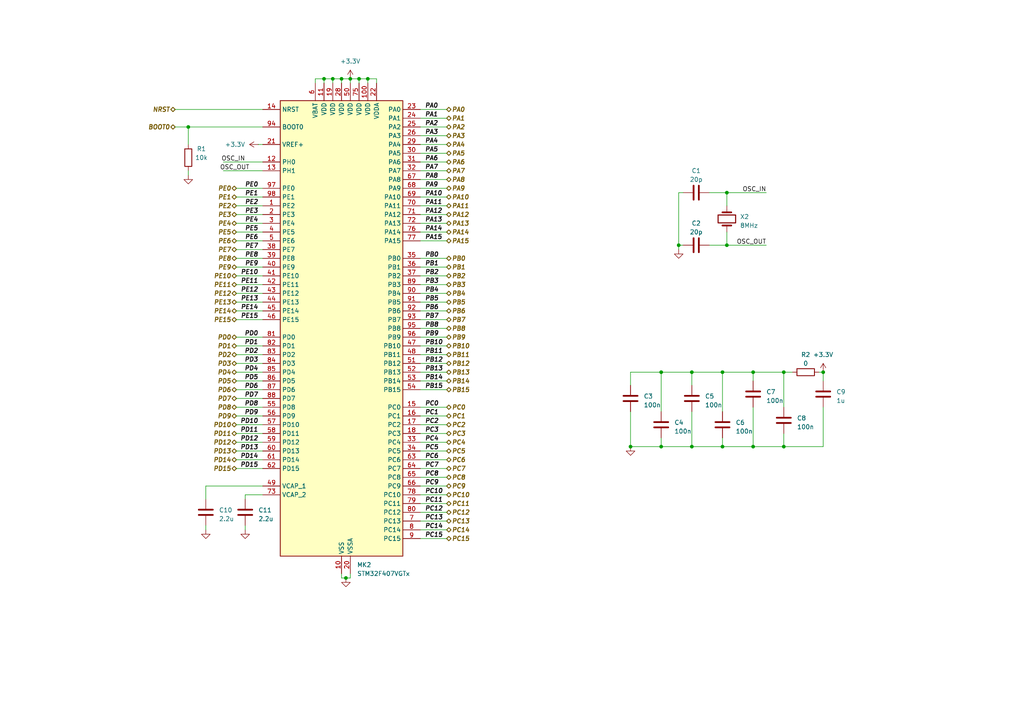
<source format=kicad_sch>
(kicad_sch (version 20250114) (generator "eeschema") (generator_version "9.0")
  (paper "A4")
  (title_block (date "2025-02-17") (comment 1 "STM32F407VG") (comment 2 "Филимонов С.В.") (comment 3 "Семеренко Д.А.") (comment 4 "Тищенко Л.А."))
  (lib_symbols
    (symbol "Device:C" (pin_numbers (hide yes)) (pin_names (offset 0.254))
      (property "Reference" "C" (at 0.635 2.54 0))
      (property "Value" "C" (at 0.635 -2.54 0))
      (symbol "C_0_1"
        (polyline (pts (xy -2.032 0.762) (xy 2.032 0.762)) (stroke (width 0.508)))
        (polyline (pts (xy -2.032 -0.762) (xy 2.032 -0.762)) (stroke (width 0.508)))
      )
      (symbol "C_1_1"
        (pin passive line (at 0 3.81 270) (length 2.794) (name "~") (number "1"))
        (pin passive line (at 0 -3.81 90) (length 2.794) (name "~") (number "2"))
      )
    )
    (symbol "Device:Crystal" (pin_numbers (hide yes)) (pin_names (offset 1.016) (hide yes))
      (property "Reference" "Y" (at 0 3.81 0))
      (property "Value" "Crystal" (at 0 -3.81 0))
      (symbol "Crystal_0_1"
        (polyline (pts (xy -2.54 0) (xy -1.905 0)))
        (polyline (pts (xy -1.905 -1.27) (xy -1.905 1.27)) (stroke (width 0.508)))
        (rectangle (start -1.143 2.54) (end 1.143 -2.54) (stroke (width 0.3048)))
        (polyline (pts (xy 1.905 -1.27) (xy 1.905 1.27)) (stroke (width 0.508)))
        (polyline (pts (xy 2.54 0) (xy 1.905 0)))
      )
      (symbol "Crystal_1_1"
        (pin passive line (at -3.81 0 0) (length 1.27) (name "1") (number "1"))
        (pin passive line (at 3.81 0 180) (length 1.27) (name "2") (number "2"))
      )
    )
    (symbol "Device:R" (pin_numbers (hide yes)) (pin_names (offset 0))
      (property "Reference" "R" (at 2.032 0 90))
      (property "Value" "R" (at 0 0 90))
      (symbol "R_0_1"
        (rectangle (start -1.016 -2.54) (end 1.016 2.54) (stroke (width 0.254)))
      )
      (symbol "R_1_1"
        (pin passive line (at 0 3.81 270) (length 1.27) (name "~") (number "1"))
        (pin passive line (at 0 -3.81 90) (length 1.27) (name "~") (number "2"))
      )
    )
    (symbol "MCU_ST_STM32F4:STM32F407VGTx"
      (property "Reference" "U" (at -17.78 67.31 0))
      (property "Value" "STM32F407VGTx" (at 12.7 67.31 0))
      (symbol "STM32F407VGTx_0_1"
        (rectangle (start -17.78 -66.04) (end 17.78 66.04) (stroke (width 0.254)) (fill (type background)))
      )
      (symbol "STM32F407VGTx_1_1"
        (pin input line (at -22.86 63.5 0) (length 5.08) (name "NRST") (number "14"))
        (pin input line (at -22.86 58.42 0) (length 5.08) (name "BOOT0") (number "94"))
        (pin input line (at -22.86 53.34 0) (length 5.08) (name "VREF+") (number "21"))
        (pin bidirectional line (at -22.86 48.26 0) (length 5.08) (name "PH0") (number "12"))
        (pin bidirectional line (at -22.86 45.72 0) (length 5.08) (name "PH1") (number "13"))
        (pin bidirectional line (at -22.86 40.64 0) (length 5.08) (name "PE0") (number "97"))
        (pin bidirectional line (at -22.86 38.1 0) (length 5.08) (name "PE1") (number "98"))
        (pin bidirectional line (at -22.86 35.56 0) (length 5.08) (name "PE2") (number "1"))
        (pin bidirectional line (at -22.86 33.02 0) (length 5.08) (name "PE3") (number "2"))
        (pin bidirectional line (at -22.86 30.48 0) (length 5.08) (name "PE4") (number "3"))
        (pin bidirectional line (at -22.86 27.94 0) (length 5.08) (name "PE5") (number "4"))
        (pin bidirectional line (at -22.86 25.4 0) (length 5.08) (name "PE6") (number "5"))
        (pin bidirectional line (at -22.86 22.86 0) (length 5.08) (name "PE7") (number "38"))
        (pin bidirectional line (at -22.86 20.32 0) (length 5.08) (name "PE8") (number "39"))
        (pin bidirectional line (at -22.86 17.78 0) (length 5.08) (name "PE9") (number "40"))
        (pin bidirectional line (at -22.86 15.24 0) (length 5.08) (name "PE10") (number "41"))
        (pin bidirectional line (at -22.86 12.7 0) (length 5.08) (name "PE11") (number "42"))
        (pin bidirectional line (at -22.86 10.16 0) (length 5.08) (name "PE12") (number "43"))
        (pin bidirectional line (at -22.86 7.62 0) (length 5.08) (name "PE13") (number "44"))
        (pin bidirectional line (at -22.86 5.08 0) (length 5.08) (name "PE14") (number "45"))
        (pin bidirectional line (at -22.86 2.54 0) (length 5.08) (name "PE15") (number "46"))
        (pin bidirectional line (at -22.86 -2.54 0) (length 5.08) (name "PD0") (number "81"))
        (pin bidirectional line (at -22.86 -5.08 0) (length 5.08) (name "PD1") (number "82"))
        (pin bidirectional line (at -22.86 -7.62 0) (length 5.08) (name "PD2") (number "83"))
        (pin bidirectional line (at -22.86 -10.16 0) (length 5.08) (name "PD3") (number "84"))
        (pin bidirectional line (at -22.86 -12.7 0) (length 5.08) (name "PD4") (number "85"))
        (pin bidirectional line (at -22.86 -15.24 0) (length 5.08) (name "PD5") (number "86"))
        (pin bidirectional line (at -22.86 -17.78 0) (length 5.08) (name "PD6") (number "87"))
        (pin bidirectional line (at -22.86 -20.32 0) (length 5.08) (name "PD7") (number "88"))
        (pin bidirectional line (at -22.86 -22.86 0) (length 5.08) (name "PD8") (number "55"))
        (pin bidirectional line (at -22.86 -25.4 0) (length 5.08) (name "PD9") (number "56"))
        (pin bidirectional line (at -22.86 -27.94 0) (length 5.08) (name "PD10") (number "57"))
        (pin bidirectional line (at -22.86 -30.48 0) (length 5.08) (name "PD11") (number "58"))
        (pin bidirectional line (at -22.86 -33.02 0) (length 5.08) (name "PD12") (number "59"))
        (pin bidirectional line (at -22.86 -35.56 0) (length 5.08) (name "PD13") (number "60"))
        (pin bidirectional line (at -22.86 -38.1 0) (length 5.08) (name "PD14") (number "61"))
        (pin bidirectional line (at -22.86 -40.64 0) (length 5.08) (name "PD15") (number "62"))
        (pin power_out line (at -22.86 -45.72 0) (length 5.08) (name "VCAP_1") (number "49"))
        (pin power_out line (at -22.86 -48.26 0) (length 5.08) (name "VCAP_2") (number "73"))
        (pin power_in line (at -7.62 71.12 270) (length 5.08) (name "VBAT") (number "6"))
        (pin power_in line (at -5.08 71.12 270) (length 5.08) (name "VDD") (number "11"))
        (pin power_in line (at -2.54 71.12 270) (length 5.08) (name "VDD") (number "19"))
        (pin power_in line (at 0 71.12 270) (length 5.08) (name "VDD") (number "28"))
        (pin power_in line (at 0 -71.12 90) (length 5.08) (name "VSS") (number "10"))
        (pin passive line (at 0 -71.12 90) (length 5.08) (hide yes) (name "VSS") (number "27"))
        (pin passive line (at 0 -71.12 90) (length 5.08) (hide yes) (name "VSS") (number "74"))
        (pin passive line (at 0 -71.12 90) (length 5.08) (hide yes) (name "VSS") (number "99"))
        (pin power_in line (at 2.54 71.12 270) (length 5.08) (name "VDD") (number "50"))
        (pin power_in line (at 2.54 -71.12 90) (length 5.08) (name "VSSA") (number "20"))
        (pin power_in line (at 5.08 71.12 270) (length 5.08) (name "VDD") (number "75"))
        (pin power_in line (at 7.62 71.12 270) (length 5.08) (name "VDD") (number "100"))
        (pin power_in line (at 10.16 71.12 270) (length 5.08) (name "VDDA") (number "22"))
        (pin bidirectional line (at 22.86 63.5 180) (length 5.08) (name "PA0") (number "23"))
        (pin bidirectional line (at 22.86 60.96 180) (length 5.08) (name "PA1") (number "24"))
        (pin bidirectional line (at 22.86 58.42 180) (length 5.08) (name "PA2") (number "25"))
        (pin bidirectional line (at 22.86 55.88 180) (length 5.08) (name "PA3") (number "26"))
        (pin bidirectional line (at 22.86 53.34 180) (length 5.08) (name "PA4") (number "29"))
        (pin bidirectional line (at 22.86 50.8 180) (length 5.08) (name "PA5") (number "30"))
        (pin bidirectional line (at 22.86 48.26 180) (length 5.08) (name "PA6") (number "31"))
        (pin bidirectional line (at 22.86 45.72 180) (length 5.08) (name "PA7") (number "32"))
        (pin bidirectional line (at 22.86 43.18 180) (length 5.08) (name "PA8") (number "67"))
        (pin bidirectional line (at 22.86 40.64 180) (length 5.08) (name "PA9") (number "68"))
        (pin bidirectional line (at 22.86 38.1 180) (length 5.08) (name "PA10") (number "69"))
        (pin bidirectional line (at 22.86 35.56 180) (length 5.08) (name "PA11") (number "70"))
        (pin bidirectional line (at 22.86 33.02 180) (length 5.08) (name "PA12") (number "71"))
        (pin bidirectional line (at 22.86 30.48 180) (length 5.08) (name "PA13") (number "72"))
        (pin bidirectional line (at 22.86 27.94 180) (length 5.08) (name "PA14") (number "76"))
        (pin bidirectional line (at 22.86 25.4 180) (length 5.08) (name "PA15") (number "77"))
        (pin bidirectional line (at 22.86 20.32 180) (length 5.08) (name "PB0") (number "35"))
        (pin bidirectional line (at 22.86 17.78 180) (length 5.08) (name "PB1") (number "36"))
        (pin bidirectional line (at 22.86 15.24 180) (length 5.08) (name "PB2") (number "37"))
        (pin bidirectional line (at 22.86 12.7 180) (length 5.08) (name "PB3") (number "89"))
        (pin bidirectional line (at 22.86 10.16 180) (length 5.08) (name "PB4") (number "90"))
        (pin bidirectional line (at 22.86 7.62 180) (length 5.08) (name "PB5") (number "91"))
        (pin bidirectional line (at 22.86 5.08 180) (length 5.08) (name "PB6") (number "92"))
        (pin bidirectional line (at 22.86 2.54 180) (length 5.08) (name "PB7") (number "93"))
        (pin bidirectional line (at 22.86 0 180) (length 5.08) (name "PB8") (number "95"))
        (pin bidirectional line (at 22.86 -2.54 180) (length 5.08) (name "PB9") (number "96"))
        (pin bidirectional line (at 22.86 -5.08 180) (length 5.08) (name "PB10") (number "47"))
        (pin bidirectional line (at 22.86 -7.62 180) (length 5.08) (name "PB11") (number "48"))
        (pin bidirectional line (at 22.86 -10.16 180) (length 5.08) (name "PB12") (number "51"))
        (pin bidirectional line (at 22.86 -12.7 180) (length 5.08) (name "PB13") (number "52"))
        (pin bidirectional line (at 22.86 -15.24 180) (length 5.08) (name "PB14") (number "53"))
        (pin bidirectional line (at 22.86 -17.78 180) (length 5.08) (name "PB15") (number "54"))
        (pin bidirectional line (at 22.86 -22.86 180) (length 5.08) (name "PC0") (number "15"))
        (pin bidirectional line (at 22.86 -25.4 180) (length 5.08) (name "PC1") (number "16"))
        (pin bidirectional line (at 22.86 -27.94 180) (length 5.08) (name "PC2") (number "17"))
        (pin bidirectional line (at 22.86 -30.48 180) (length 5.08) (name "PC3") (number "18"))
        (pin bidirectional line (at 22.86 -33.02 180) (length 5.08) (name "PC4") (number "33"))
        (pin bidirectional line (at 22.86 -35.56 180) (length 5.08) (name "PC5") (number "34"))
        (pin bidirectional line (at 22.86 -38.1 180) (length 5.08) (name "PC6") (number "63"))
        (pin bidirectional line (at 22.86 -40.64 180) (length 5.08) (name "PC7") (number "64"))
        (pin bidirectional line (at 22.86 -43.18 180) (length 5.08) (name "PC8") (number "65"))
        (pin bidirectional line (at 22.86 -45.72 180) (length 5.08) (name "PC9") (number "66"))
        (pin bidirectional line (at 22.86 -48.26 180) (length 5.08) (name "PC10") (number "78"))
        (pin bidirectional line (at 22.86 -50.8 180) (length 5.08) (name "PC11") (number "79"))
        (pin bidirectional line (at 22.86 -53.34 180) (length 5.08) (name "PC12") (number "80"))
        (pin bidirectional line (at 22.86 -55.88 180) (length 5.08) (name "PC13") (number "7"))
        (pin bidirectional line (at 22.86 -58.42 180) (length 5.08) (name "PC14") (number "8"))
        (pin bidirectional line (at 22.86 -60.96 180) (length 5.08) (name "PC15") (number "9"))
      )
    )
    (symbol "power:+3.3V" (power) (pin_numbers (hide yes)) (pin_names (offset 0) (hide yes))
      (property "Value" "+3.3V" (at 0 3.556 0))
      (symbol "+3.3V_0_1"
        (polyline (pts (xy -0.762 1.27) (xy 0 2.54)))
        (polyline (pts (xy 0 2.54) (xy 0.762 1.27)))
        (polyline (pts (xy 0 0) (xy 0 2.54)))
      )
      (symbol "+3.3V_1_1"
        (pin power_in line (at 0 0 90) (length 0) (name "~") (number "1"))
      )
    )
    (symbol "power:GND" (power) (pin_numbers (hide yes)) (pin_names (offset 0) (hide yes))
      (property "Value" "GND" (at 0 -3.81 0))
      (symbol "GND_0_1"
        (polyline (pts (xy 0 0) (xy 0 -1.27) (xy 1.27 -1.27) (xy 0 -2.54) (xy -1.27 -1.27) (xy 0 -1.27)))
      )
      (symbol "GND_1_1"
        (pin power_in line (at 0 0 270) (length 0) (name "~") (number "1"))
      )
    )
  )
  (junction (at 104.14 22.86))
  (junction (at 210.82 71.12))
  (junction (at 93.98 22.86))
  (junction (at 200.66 129.54))
  (junction (at 209.55 107.95))
  (junction (at 196.85 71.12))
  (junction (at 54.61 36.83))
  (junction (at 200.66 107.95))
  (junction (at 96.52 22.86))
  (junction (at 210.82 55.88))
  (junction (at 191.77 129.54))
  (junction (at 99.06 22.86))
  (junction (at 191.77 107.95))
  (junction (at 100.33 167.64))
  (junction (at 227.33 129.54))
  (junction (at 227.33 107.95))
  (junction (at 182.88 129.54))
  (junction (at 101.6 22.86))
  (junction (at 218.44 107.95))
  (junction (at 218.44 129.54))
  (junction (at 106.68 22.86))
  (junction (at 238.76 107.95))
  (junction (at 209.55 129.54))
  (wire (pts (xy 68.58 57.15) (xy 76.2 57.15)))
  (wire (pts (xy 99.06 22.86) (xy 99.06 24.13)))
  (wire (pts (xy 68.58 67.31) (xy 76.2 67.31)))
  (wire (pts (xy 68.58 62.23) (xy 76.2 62.23)))
  (wire (pts (xy 68.58 118.11) (xy 76.2 118.11)))
  (wire (pts (xy 68.58 102.87) (xy 76.2 102.87)))
  (wire (pts (xy 68.58 115.57) (xy 76.2 115.57)))
  (wire (pts (xy 121.92 128.27) (xy 129.54 128.27)))
  (wire (pts (xy 68.58 64.77) (xy 76.2 64.77)))
  (wire (pts (xy 210.82 55.88) (xy 222.25 55.88)))
  (wire (pts (xy 121.92 113.03) (xy 129.54 113.03)))
  (wire (pts (xy 238.76 118.11) (xy 238.76 129.54)))
  (wire (pts (xy 205.74 55.88) (xy 210.82 55.88)))
  (wire (pts (xy 209.55 107.95) (xy 218.44 107.95)))
  (wire (pts (xy 200.66 107.95) (xy 200.66 111.76)))
  (wire (pts (xy 99.06 22.86) (xy 101.6 22.86)))
  (wire (pts (xy 191.77 129.54) (xy 200.66 129.54)))
  (wire (pts (xy 76.2 143.51) (xy 71.12 143.51)))
  (wire (pts (xy 68.58 77.47) (xy 76.2 77.47)))
  (wire (pts (xy 64.77 49.53) (xy 76.2 49.53)))
  (wire (pts (xy 191.77 127) (xy 191.77 129.54)))
  (wire (pts (xy 237.49 107.95) (xy 238.76 107.95)))
  (wire (pts (xy 196.85 72.39) (xy 196.85 71.12)))
  (wire (pts (xy 71.12 143.51) (xy 71.12 144.78)))
  (wire (pts (xy 121.92 105.41) (xy 129.54 105.41)))
  (wire (pts (xy 121.92 92.71) (xy 129.54 92.71)))
  (wire (pts (xy 121.92 82.55) (xy 129.54 82.55)))
  (wire (pts (xy 121.92 85.09) (xy 129.54 85.09)))
  (wire (pts (xy 121.92 130.81) (xy 129.54 130.81)))
  (wire (pts (xy 191.77 107.95) (xy 191.77 119.38)))
  (wire (pts (xy 200.66 129.54) (xy 209.55 129.54)))
  (wire (pts (xy 121.92 125.73) (xy 129.54 125.73)))
  (wire (pts (xy 68.58 100.33) (xy 76.2 100.33)))
  (wire (pts (xy 121.92 44.45) (xy 129.54 44.45)))
  (wire (pts (xy 227.33 107.95) (xy 229.87 107.95)))
  (wire (pts (xy 68.58 74.93) (xy 76.2 74.93)))
  (wire (pts (xy 68.58 87.63) (xy 76.2 87.63)))
  (wire (pts (xy 121.92 80.01) (xy 129.54 80.01)))
  (wire (pts (xy 121.92 151.13) (xy 129.54 151.13)))
  (wire (pts (xy 68.58 120.65) (xy 76.2 120.65)))
  (wire (pts (xy 121.92 90.17) (xy 129.54 90.17)))
  (wire (pts (xy 54.61 36.83) (xy 76.2 36.83)))
  (wire (pts (xy 101.6 22.86) (xy 104.14 22.86)))
  (wire (pts (xy 68.58 54.61) (xy 76.2 54.61)))
  (wire (pts (xy 121.92 95.25) (xy 129.54 95.25)))
  (wire (pts (xy 121.92 138.43) (xy 129.54 138.43)))
  (wire (pts (xy 109.22 24.13) (xy 109.22 22.86)))
  (wire (pts (xy 121.92 135.89) (xy 129.54 135.89)))
  (wire (pts (xy 200.66 119.38) (xy 200.66 129.54)))
  (wire (pts (xy 238.76 107.95) (xy 238.76 110.49)))
  (wire (pts (xy 68.58 59.69) (xy 76.2 59.69)))
  (wire (pts (xy 121.92 118.11) (xy 129.54 118.11)))
  (wire (pts (xy 99.06 167.64) (xy 100.33 167.64)))
  (wire (pts (xy 68.58 92.71) (xy 76.2 92.71)))
  (wire (pts (xy 68.58 113.03) (xy 76.2 113.03)))
  (wire (pts (xy 121.92 67.31) (xy 129.54 67.31)))
  (wire (pts (xy 210.82 55.88) (xy 210.82 59.69)))
  (wire (pts (xy 68.58 123.19) (xy 76.2 123.19)))
  (wire (pts (xy 68.58 133.35) (xy 76.2 133.35)))
  (wire (pts (xy 121.92 153.67) (xy 129.54 153.67)))
  (wire (pts (xy 64.77 46.99) (xy 76.2 46.99)))
  (wire (pts (xy 121.92 36.83) (xy 129.54 36.83)))
  (wire (pts (xy 121.92 57.15) (xy 129.54 57.15)))
  (wire (pts (xy 227.33 125.73) (xy 227.33 129.54)))
  (wire (pts (xy 209.55 129.54) (xy 218.44 129.54)))
  (wire (pts (xy 121.92 34.29) (xy 129.54 34.29)))
  (wire (pts (xy 182.88 129.54) (xy 182.88 119.38)))
  (wire (pts (xy 196.85 71.12) (xy 198.12 71.12)))
  (wire (pts (xy 209.55 107.95) (xy 209.55 119.38)))
  (wire (pts (xy 68.58 135.89) (xy 76.2 135.89)))
  (wire (pts (xy 68.58 69.85) (xy 76.2 69.85)))
  (wire (pts (xy 121.92 46.99) (xy 129.54 46.99)))
  (wire (pts (xy 68.58 125.73) (xy 76.2 125.73)))
  (wire (pts (xy 218.44 129.54) (xy 227.33 129.54)))
  (wire (pts (xy 101.6 166.37) (xy 101.6 167.64)))
  (wire (pts (xy 191.77 107.95) (xy 200.66 107.95)))
  (wire (pts (xy 68.58 82.55) (xy 76.2 82.55)))
  (wire (pts (xy 182.88 107.95) (xy 182.88 111.76)))
  (wire (pts (xy 121.92 140.97) (xy 129.54 140.97)))
  (wire (pts (xy 50.8 36.83) (xy 54.61 36.83)))
  (wire (pts (xy 91.44 24.13) (xy 91.44 22.86)))
  (wire (pts (xy 109.22 22.86) (xy 106.68 22.86)))
  (wire (pts (xy 68.58 97.79) (xy 76.2 97.79)))
  (wire (pts (xy 121.92 31.75) (xy 129.54 31.75)))
  (wire (pts (xy 71.12 153.67) (xy 71.12 152.4)))
  (wire (pts (xy 99.06 166.37) (xy 99.06 167.64)))
  (wire (pts (xy 121.92 110.49) (xy 129.54 110.49)))
  (wire (pts (xy 227.33 129.54) (xy 238.76 129.54)))
  (wire (pts (xy 93.98 24.13) (xy 93.98 22.86)))
  (wire (pts (xy 104.14 22.86) (xy 104.14 24.13)))
  (wire (pts (xy 68.58 128.27) (xy 76.2 128.27)))
  (wire (pts (xy 196.85 71.12) (xy 196.85 55.88)))
  (wire (pts (xy 91.44 22.86) (xy 93.98 22.86)))
  (wire (pts (xy 121.92 107.95) (xy 129.54 107.95)))
  (wire (pts (xy 68.58 90.17) (xy 76.2 90.17)))
  (wire (pts (xy 68.58 107.95) (xy 76.2 107.95)))
  (wire (pts (xy 121.92 69.85) (xy 129.54 69.85)))
  (wire (pts (xy 74.93 41.91) (xy 76.2 41.91)))
  (wire (pts (xy 100.33 167.64) (xy 101.6 167.64)))
  (wire (pts (xy 121.92 133.35) (xy 129.54 133.35)))
  (wire (pts (xy 121.92 148.59) (xy 129.54 148.59)))
  (wire (pts (xy 68.58 130.81) (xy 76.2 130.81)))
  (wire (pts (xy 121.92 156.21) (xy 129.54 156.21)))
  (wire (pts (xy 218.44 118.11) (xy 218.44 129.54)))
  (wire (pts (xy 121.92 62.23) (xy 129.54 62.23)))
  (wire (pts (xy 121.92 100.33) (xy 129.54 100.33)))
  (wire (pts (xy 121.92 52.07) (xy 129.54 52.07)))
  (wire (pts (xy 200.66 107.95) (xy 209.55 107.95)))
  (wire (pts (xy 68.58 80.01) (xy 76.2 80.01)))
  (wire (pts (xy 106.68 22.86) (xy 106.68 24.13)))
  (wire (pts (xy 121.92 120.65) (xy 129.54 120.65)))
  (wire (pts (xy 96.52 22.86) (xy 96.52 24.13)))
  (wire (pts (xy 104.14 22.86) (xy 106.68 22.86)))
  (wire (pts (xy 121.92 39.37) (xy 129.54 39.37)))
  (wire (pts (xy 210.82 67.31) (xy 210.82 71.12)))
  (wire (pts (xy 121.92 146.05) (xy 129.54 146.05)))
  (wire (pts (xy 121.92 102.87) (xy 129.54 102.87)))
  (wire (pts (xy 191.77 107.95) (xy 182.88 107.95)))
  (wire (pts (xy 121.92 97.79) (xy 129.54 97.79)))
  (wire (pts (xy 210.82 71.12) (xy 222.25 71.12)))
  (wire (pts (xy 68.58 110.49) (xy 76.2 110.49)))
  (wire (pts (xy 54.61 49.53) (xy 54.61 50.8)))
  (wire (pts (xy 59.69 152.4) (xy 59.69 153.67)))
  (wire (pts (xy 121.92 64.77) (xy 129.54 64.77)))
  (wire (pts (xy 121.92 41.91) (xy 129.54 41.91)))
  (wire (pts (xy 68.58 72.39) (xy 76.2 72.39)))
  (wire (pts (xy 76.2 140.97) (xy 59.69 140.97)))
  (wire (pts (xy 209.55 127) (xy 209.55 129.54)))
  (wire (pts (xy 121.92 74.93) (xy 129.54 74.93)))
  (wire (pts (xy 54.61 36.83) (xy 54.61 41.91)))
  (wire (pts (xy 227.33 118.11) (xy 227.33 107.95)))
  (wire (pts (xy 218.44 107.95) (xy 227.33 107.95)))
  (wire (pts (xy 121.92 49.53) (xy 129.54 49.53)))
  (wire (pts (xy 196.85 55.88) (xy 198.12 55.88)))
  (wire (pts (xy 121.92 59.69) (xy 129.54 59.69)))
  (wire (pts (xy 205.74 71.12) (xy 210.82 71.12)))
  (wire (pts (xy 93.98 22.86) (xy 96.52 22.86)))
  (wire (pts (xy 121.92 87.63) (xy 129.54 87.63)))
  (wire (pts (xy 121.92 77.47) (xy 129.54 77.47)))
  (wire (pts (xy 191.77 129.54) (xy 182.88 129.54)))
  (wire (pts (xy 101.6 22.86) (xy 101.6 24.13)))
  (wire (pts (xy 68.58 85.09) (xy 76.2 85.09)))
  (wire (pts (xy 121.92 54.61) (xy 129.54 54.61)))
  (wire (pts (xy 121.92 143.51) (xy 129.54 143.51)))
  (wire (pts (xy 68.58 105.41) (xy 76.2 105.41)))
  (wire (pts (xy 59.69 140.97) (xy 59.69 144.78)))
  (wire (pts (xy 121.92 123.19) (xy 129.54 123.19)))
  (wire (pts (xy 50.8 31.75) (xy 76.2 31.75)))
  (wire (pts (xy 96.52 22.86) (xy 99.06 22.86)))
  (wire (pts (xy 218.44 107.95) (xy 218.44 110.49)))
  (label "PC1" (at 123.19 120.65 0) (effects (font (bold yes) (italic yes))))
  (label "PD0" (at 74.93 97.79 180) (effects (font (bold yes) (italic yes))))
  (label "PE0" (at 74.93 54.61 180) (effects (font (bold yes) (italic yes))))
  (label "PB2" (at 123.19 80.01 0) (effects (font (bold yes) (italic yes))))
  (label "PE12" (at 74.93 85.09 180) (effects (font (bold yes) (italic yes))))
  (label "PB15" (at 123.19 113.03 0) (effects (font (bold yes) (italic yes))))
  (label "PA15" (at 123.19 69.85 0) (effects (font (bold yes) (italic yes))))
  (label "PA11" (at 123.19 59.69 0) (effects (font (bold yes) (italic yes))))
  (label "PE4" (at 74.93 64.77 180) (effects (font (bold yes) (italic yes))))
  (label "PB11" (at 123.19 102.87 0) (effects (font (bold yes) (italic yes))))
  (label "PA5" (at 123.19 44.45 0) (effects (font (bold yes) (italic yes))))
  (label "PB7" (at 123.19 92.71 0) (effects (font (bold yes) (italic yes))))
  (label "PE3" (at 74.93 62.23 180) (effects (font (bold yes) (italic yes))))
  (label "PD5" (at 74.93 110.49 180) (effects (font (bold yes) (italic yes))))
  (label "PC9" (at 123.19 140.97 0) (effects (font (bold yes) (italic yes))))
  (label "OSC_IN" (at 222.25 55.88 180))
  (label "PA7" (at 123.19 49.53 0) (effects (font (bold yes) (italic yes))))
  (label "PA2" (at 123.19 36.83 0) (effects (font (bold yes) (italic yes))))
  (label "PE11" (at 74.93 82.55 180) (effects (font (bold yes) (italic yes))))
  (label "PA8" (at 123.19 52.07 0) (effects (font (bold yes) (italic yes))))
  (label "PD8" (at 74.93 118.11 180) (effects (font (bold yes) (italic yes))))
  (label "PB5" (at 123.19 87.63 0) (effects (font (bold yes) (italic yes))))
  (label "PC11" (at 123.19 146.05 0) (effects (font (bold yes) (italic yes))))
  (label "PE9" (at 74.93 77.47 180) (effects (font (bold yes) (italic yes))))
  (label "PC10" (at 123.19 143.51 0) (effects (font (bold yes) (italic yes))))
  (label "PB9" (at 123.19 97.79 0) (effects (font (bold yes) (italic yes))))
  (label "PD9" (at 74.93 120.65 180) (effects (font (bold yes) (italic yes))))
  (label "PE5" (at 74.93 67.31 180) (effects (font (bold yes) (italic yes))))
  (label "PA3" (at 123.19 39.37 0) (effects (font (bold yes) (italic yes))))
  (label "PB4" (at 123.19 85.09 0) (effects (font (bold yes) (italic yes))))
  (label "PD12" (at 74.93 128.27 180) (effects (font (bold yes) (italic yes))))
  (label "PD6" (at 74.93 113.03 180) (effects (font (bold yes) (italic yes))))
  (label "PD14" (at 74.93 133.35 180) (effects (font (bold yes) (italic yes))))
  (label "PD7" (at 74.93 115.57 180) (effects (font (bold yes) (italic yes))))
  (label "OSC_OUT" (at 222.25 71.12 180))
  (label "PE13" (at 74.93 87.63 180) (effects (font (bold yes) (italic yes))))
  (label "PC12" (at 123.19 148.59 0) (effects (font (bold yes) (italic yes))))
  (label "PA6" (at 123.19 46.99 0) (effects (font (bold yes) (italic yes))))
  (label "PB12" (at 123.19 105.41 0) (effects (font (bold yes) (italic yes))))
  (label "PE1" (at 74.93 57.15 180) (effects (font (bold yes) (italic yes))))
  (label "PA10" (at 123.19 57.15 0) (effects (font (bold yes) (italic yes))))
  (label "PC8" (at 123.19 138.43 0) (effects (font (bold yes) (italic yes))))
  (label "PB14" (at 123.19 110.49 0) (effects (font (bold yes) (italic yes))))
  (label "PB3" (at 123.19 82.55 0) (effects (font (bold yes) (italic yes))))
  (label "PE2" (at 74.93 59.69 180) (effects (font (bold yes) (italic yes))))
  (label "PC0" (at 123.19 118.11 0) (effects (font (bold yes) (italic yes))))
  (label "PB13" (at 123.19 107.95 0) (effects (font (bold yes) (italic yes))))
  (label "PD13" (at 74.93 130.81 180) (effects (font (bold yes) (italic yes))))
  (label "PB8" (at 123.19 95.25 0) (effects (font (bold yes) (italic yes))))
  (label "PC7" (at 123.19 135.89 0) (effects (font (bold yes) (italic yes))))
  (label "PC6" (at 123.19 133.35 0) (effects (font (bold yes) (italic yes))))
  (label "PA1" (at 123.19 34.29 0) (effects (font (bold yes) (italic yes))))
  (label "PC2" (at 123.19 123.19 0) (effects (font (bold yes) (italic yes))))
  (label "PD1" (at 74.93 100.33 180) (effects (font (bold yes) (italic yes))))
  (label "PD3" (at 74.93 105.41 180) (effects (font (bold yes) (italic yes))))
  (label "PC5" (at 123.19 130.81 0) (effects (font (bold yes) (italic yes))))
  (label "PD15" (at 74.93 135.89 180) (effects (font (bold yes) (italic yes))))
  (label "PE7" (at 74.93 72.39 180) (effects (font (bold yes) (italic yes))))
  (label "PE14" (at 74.93 90.17 180) (effects (font (bold yes) (italic yes))))
  (label "PA4" (at 123.19 41.91 0) (effects (font (bold yes) (italic yes))))
  (label "PB0" (at 123.19 74.93 0) (effects (font (bold yes) (italic yes))))
  (label "PA12" (at 123.19 62.23 0) (effects (font (bold yes) (italic yes))))
  (label "PA0" (at 123.19 31.75 0) (effects (font (bold yes) (italic yes))))
  (label "PE10" (at 74.93 80.01 180) (effects (font (bold yes) (italic yes))))
  (label "PA14" (at 123.19 67.31 0) (effects (font (bold yes) (italic yes))))
  (label "PA9" (at 123.19 54.61 0) (effects (font (bold yes) (italic yes))))
  (label "PC3" (at 123.19 125.73 0) (effects (font (bold yes) (italic yes))))
  (label "OSC_IN" (at 71.12 46.99 180))
  (label "PC15" (at 123.19 156.21 0) (effects (font (bold yes) (italic yes))))
  (label "PC4" (at 123.19 128.27 0) (effects (font (bold yes) (italic yes))))
  (label "PB10" (at 123.19 100.33 0) (effects (font (bold yes) (italic yes))))
  (label "PD11" (at 74.93 125.73 180) (effects (font (bold yes) (italic yes))))
  (label "PB6" (at 123.19 90.17 0) (effects (font (bold yes) (italic yes))))
  (label "PC13" (at 123.19 151.13 0) (effects (font (bold yes) (italic yes))))
  (label "PD10" (at 74.93 123.19 180) (effects (font (bold yes) (italic yes))))
  (label "PC14" (at 123.19 153.67 0) (effects (font (bold yes) (italic yes))))
  (label "PB1" (at 123.19 77.47 0) (effects (font (bold yes) (italic yes))))
  (label "PE8" (at 74.93 74.93 180) (effects (font (bold yes) (italic yes))))
  (label "OSC_OUT" (at 72.39 49.53 180))
  (label "PD4" (at 74.93 107.95 180) (effects (font (bold yes) (italic yes))))
  (label "PA13" (at 123.19 64.77 0) (effects (font (bold yes) (italic yes))))
  (label "PE6" (at 74.93 69.85 180) (effects (font (bold yes) (italic yes))))
  (label "PE15" (at 74.93 92.71 180) (effects (font (bold yes) (italic yes))))
  (label "PD2" (at 74.93 102.87 180) (effects (font (bold yes) (italic yes))))
  (hierarchical_label "PB3" (shape bidirectional) (at 129.54 82.55 0) (effects (font (thickness 0.254) (bold yes) (italic yes))))
  (hierarchical_label "PA9" (shape bidirectional) (at 129.54 54.61 0) (effects (font (bold yes) (italic yes))))
  (hierarchical_label "PE7" (shape bidirectional) (at 68.58 72.39 180) (effects (font (bold yes) (italic yes))))
  (hierarchical_label "PD1" (shape bidirectional) (at 68.58 100.33 180) (effects (font (bold yes) (italic yes))))
  (hierarchical_label "PC6" (shape bidirectional) (at 129.54 133.35 0) (effects (font (bold yes) (italic yes))))
  (hierarchical_label "PA7" (shape bidirectional) (at 129.54 49.53 0) (effects (font (bold yes) (italic yes))))
  (hierarchical_label "PC15" (shape bidirectional) (at 129.54 156.21 0) (effects (font (bold yes) (italic yes))))
  (hierarchical_label "PD4" (shape bidirectional) (at 68.58 107.95 180) (effects (font (bold yes) (italic yes))))
  (hierarchical_label "PC0" (shape bidirectional) (at 129.54 118.11 0) (effects (font (bold yes) (italic yes))))
  (hierarchical_label "PE12" (shape bidirectional) (at 68.58 85.09 180) (effects (font (bold yes) (italic yes))))
  (hierarchical_label "PB10" (shape bidirectional) (at 129.54 100.33 0) (effects (font (thickness 0.254) (bold yes) (italic yes))))
  (hierarchical_label "PB5" (shape bidirectional) (at 129.54 87.63 0) (effects (font (thickness 0.254) (bold yes) (italic yes))))
  (hierarchical_label "PA5" (shape bidirectional) (at 129.54 44.45 0) (effects (font (bold yes) (italic yes))))
  (hierarchical_label "PD6" (shape bidirectional) (at 68.58 113.03 180) (effects (font (bold yes) (italic yes))))
  (hierarchical_label "PD3" (shape bidirectional) (at 68.58 105.41 180) (effects (font (bold yes) (italic yes))))
  (hierarchical_label "PA13" (shape bidirectional) (at 129.54 64.77 0) (effects (font (bold yes) (italic yes))))
  (hierarchical_label "PA6" (shape bidirectional) (at 129.54 46.99 0) (effects (font (bold yes) (italic yes))))
  (hierarchical_label "PB4" (shape bidirectional) (at 129.54 85.09 0) (effects (font (thickness 0.254) (bold yes) (italic yes))))
  (hierarchical_label "PC2" (shape bidirectional) (at 129.54 123.19 0) (effects (font (bold yes) (italic yes))))
  (hierarchical_label "PA0" (shape bidirectional) (at 129.54 31.75 0) (effects (font (bold yes) (italic yes))))
  (hierarchical_label "PE4" (shape bidirectional) (at 68.58 64.77 180) (effects (font (bold yes) (italic yes))))
  (hierarchical_label "PA11" (shape bidirectional) (at 129.54 59.69 0) (effects (font (bold yes) (italic yes))))
  (hierarchical_label "PE14" (shape bidirectional) (at 68.58 90.17 180) (effects (font (bold yes) (italic yes))))
  (hierarchical_label "PC8" (shape bidirectional) (at 129.54 138.43 0) (effects (font (bold yes) (italic yes))))
  (hierarchical_label "PD13" (shape bidirectional) (at 68.58 130.81 180) (effects (font (bold yes) (italic yes))))
  (hierarchical_label "PC5" (shape bidirectional) (at 129.54 130.81 0) (effects (font (bold yes) (italic yes))))
  (hierarchical_label "PE0" (shape bidirectional) (at 68.58 54.61 180) (effects (font (bold yes) (italic yes))))
  (hierarchical_label "PB8" (shape bidirectional) (at 129.54 95.25 0) (effects (font (thickness 0.254) (bold yes) (italic yes))))
  (hierarchical_label "PA10" (shape bidirectional) (at 129.54 57.15 0) (effects (font (bold yes) (italic yes))))
  (hierarchical_label "PE3" (shape bidirectional) (at 68.58 62.23 180) (effects (font (bold yes) (italic yes))))
  (hierarchical_label "PA14" (shape bidirectional) (at 129.54 67.31 0) (effects (font (bold yes) (italic yes))))
  (hierarchical_label "PE1" (shape bidirectional) (at 68.58 57.15 180) (effects (font (bold yes) (italic yes))))
  (hierarchical_label "PA1" (shape bidirectional) (at 129.54 34.29 0) (effects (font (bold yes) (italic yes))))
  (hierarchical_label "PE8" (shape bidirectional) (at 68.58 74.93 180) (effects (font (bold yes) (italic yes))))
  (hierarchical_label "PC4" (shape bidirectional) (at 129.54 128.27 0) (effects (font (bold yes) (italic yes))))
  (hierarchical_label "PC12" (shape bidirectional) (at 129.54 148.59 0) (effects (font (bold yes) (italic yes))))
  (hierarchical_label "PB14" (shape bidirectional) (at 129.54 110.49 0) (effects (font (thickness 0.254) (bold yes) (italic yes))))
  (hierarchical_label "PC14" (shape bidirectional) (at 129.54 153.67 0) (effects (font (bold yes) (italic yes))))
  (hierarchical_label "PA2" (shape bidirectional) (at 129.54 36.83 0) (effects (font (bold yes) (italic yes))))
  (hierarchical_label "PD0" (shape bidirectional) (at 68.58 97.79 180) (effects (font (bold yes) (italic yes))))
  (hierarchical_label "PE15" (shape bidirectional) (at 68.58 92.71 180) (effects (font (bold yes) (italic yes))))
  (hierarchical_label "PA8" (shape bidirectional) (at 129.54 52.07 0) (effects (font (bold yes) (italic yes))))
  (hierarchical_label "BOOT0" (shape bidirectional) (at 50.8 36.83 180) (effects (font (thickness 0.254) (bold yes) (italic yes))))
  (hierarchical_label "PC3" (shape bidirectional) (at 129.54 125.73 0) (effects (font (bold yes) (italic yes))))
  (hierarchical_label "PC10" (shape bidirectional) (at 129.54 143.51 0) (effects (font (bold yes) (italic yes))))
  (hierarchical_label "PD2" (shape bidirectional) (at 68.58 102.87 180) (effects (font (bold yes) (italic yes))))
  (hierarchical_label "PB13" (shape bidirectional) (at 129.54 107.95 0) (effects (font (thickness 0.254) (bold yes) (italic yes))))
  (hierarchical_label "PB6" (shape bidirectional) (at 129.54 90.17 0) (effects (font (thickness 0.254) (bold yes) (italic yes))))
  (hierarchical_label "PD5" (shape bidirectional) (at 68.58 110.49 180) (effects (font (bold yes) (italic yes))))
  (hierarchical_label "PB1" (shape bidirectional) (at 129.54 77.47 0) (effects (font (thickness 0.254) (bold yes) (italic yes))))
  (hierarchical_label "PD10" (shape bidirectional) (at 68.58 123.19 180) (effects (font (bold yes) (italic yes))))
  (hierarchical_label "PB11" (shape bidirectional) (at 129.54 102.87 0) (effects (font (thickness 0.254) (bold yes) (italic yes))))
  (hierarchical_label "PD8" (shape bidirectional) (at 68.58 118.11 180) (effects (font (bold yes) (italic yes))))
  (hierarchical_label "PC13" (shape bidirectional) (at 129.54 151.13 0) (effects (font (bold yes) (italic yes))))
  (hierarchical_label "PA15" (shape bidirectional) (at 129.54 69.85 0) (effects (font (bold yes) (italic yes))))
  (hierarchical_label "PB12" (shape bidirectional) (at 129.54 105.41 0) (effects (font (thickness 0.254) (bold yes) (italic yes))))
  (hierarchical_label "PD7" (shape bidirectional) (at 68.58 115.57 180) (effects (font (bold yes) (italic yes))))
  (hierarchical_label "PE5" (shape bidirectional) (at 68.58 67.31 180) (effects (font (bold yes) (italic yes))))
  (hierarchical_label "PE10" (shape bidirectional) (at 68.58 80.01 180) (effects (font (bold yes) (italic yes))))
  (hierarchical_label "PC11" (shape bidirectional) (at 129.54 146.05 0) (effects (font (bold yes) (italic yes))))
  (hierarchical_label "PD11" (shape bidirectional) (at 68.58 125.73 180) (effects (font (bold yes) (italic yes))))
  (hierarchical_label "PA12" (shape bidirectional) (at 129.54 62.23 0) (effects (font (bold yes) (italic yes))))
  (hierarchical_label "PC1" (shape bidirectional) (at 129.54 120.65 0) (effects (font (bold yes) (italic yes))))
  (hierarchical_label "PB15" (shape bidirectional) (at 129.54 113.03 0) (effects (font (thickness 0.254) (bold yes) (italic yes))))
  (hierarchical_label "PE11" (shape bidirectional) (at 68.58 82.55 180) (effects (font (bold yes) (italic yes))))
  (hierarchical_label "PA4" (shape bidirectional) (at 129.54 41.91 0) (effects (font (bold yes) (italic yes))))
  (hierarchical_label "PE6" (shape bidirectional) (at 68.58 69.85 180) (effects (font (bold yes) (italic yes))))
  (hierarchical_label "PB2" (shape bidirectional) (at 129.54 80.01 0) (effects (font (thickness 0.254) (bold yes) (italic yes))))
  (hierarchical_label "PB9" (shape bidirectional) (at 129.54 97.79 0) (effects (font (thickness 0.254) (bold yes) (italic yes))))
  (hierarchical_label "PD15" (shape bidirectional) (at 68.58 135.89 180) (effects (font (bold yes) (italic yes))))
  (hierarchical_label "PE9" (shape bidirectional) (at 68.58 77.47 180) (effects (font (bold yes) (italic yes))))
  (hierarchical_label "PB7" (shape bidirectional) (at 129.54 92.71 0) (effects (font (thickness 0.254) (bold yes) (italic yes))))
  (hierarchical_label "PA3" (shape bidirectional) (at 129.54 39.37 0) (effects (font (bold yes) (italic yes))))
  (hierarchical_label "PC9" (shape bidirectional) (at 129.54 140.97 0) (effects (font (bold yes) (italic yes))))
  (hierarchical_label "PE13" (shape bidirectional) (at 68.58 87.63 180) (effects (font (bold yes) (italic yes))))
  (hierarchical_label "PE2" (shape bidirectional) (at 68.58 59.69 180) (effects (font (bold yes) (italic yes))))
  (hierarchical_label "PD14" (shape bidirectional) (at 68.58 133.35 180) (effects (font (bold yes) (italic yes))))
  (hierarchical_label "PD12" (shape bidirectional) (at 68.58 128.27 180) (effects (font (bold yes) (italic yes))))
  (hierarchical_label "PB0" (shape bidirectional) (at 129.54 74.93 0) (effects (font (thickness 0.254) (bold yes) (italic yes))))
  (hierarchical_label "PC7" (shape bidirectional) (at 129.54 135.89 0) (effects (font (bold yes) (italic yes))))
  (hierarchical_label "PD9" (shape bidirectional) (at 68.58 120.65 180) (effects (font (bold yes) (italic yes))))
  (hierarchical_label "NRST" (shape bidirectional) (at 50.8 31.75 180) (effects (font (thickness 0.254) (bold yes) (italic yes))))
  (symbol (lib_id "Device:R") (at 54.61 45.72 180) (unit 1)
    (property "Reference" "R1" (at 58.42 43.18 0))
    (property "Value" "10k" (at 58.42 45.72 0))
    (property "Footprint" "Resistor_SMD:R_1206_3216Metric_Pad1.30x1.75mm_HandSolder" (effects (hide yes)))
  )
  (symbol (lib_id "power:GND") (at 54.61 50.8 0) (unit 1)
    (property "Reference" "#PWR033" (effects (hide yes)))
    (property "Value" "GND" (effects (hide yes)))
    (property "Description" "Power symbol creates a global label with name \"GND\" , ground" (effects (hide yes)))
  )
  (symbol (lib_id "Device:C") (at 71.12 148.59 0) (unit 1)
    (property "Reference" "C11" (at 74.93 147.955 0) (effects (justify left)))
    (property "Value" "2.2u" (at 74.93 150.495 0) (effects (justify left)))
    (property "Footprint" "Capacitor_SMD:C_1206_3216Metric_Pad1.33x1.80mm_HandSolder" (effects (hide yes)))
  )
  (symbol (lib_id "power:GND") (at 59.69 153.67 0) (unit 1)
    (property "Reference" "#PWR036" (effects (hide yes)))
    (property "Value" "GND" (effects (hide yes)))
    (property "Description" "Power symbol creates a global label with name \"GND\" , ground" (effects (hide yes)))
  )
  (symbol (lib_id "power:GND") (at 182.88 129.54 0) (unit 1)
    (property "Reference" "#PWR030" (effects (hide yes)))
    (property "Value" "GND" (effects (hide yes)))
    (property "Description" "Power symbol creates a global label with name \"GND\" , ground" (effects (hide yes)))
  )
  (symbol (lib_id "power:GND") (at 100.33 167.64 0) (unit 1)
    (property "Reference" "#PWR037" (effects (hide yes)))
    (property "Value" "GND" (effects (hide yes)))
    (property "Description" "Power symbol creates a global label with name \"GND\" , ground" (effects (hide yes)))
  )
  (symbol (lib_id "Device:C") (at 227.33 121.92 0) (unit 1)
    (property "Reference" "C8" (at 231.14 121.285 0) (effects (justify left)))
    (property "Value" "100n" (at 231.14 123.825 0) (effects (justify left)))
    (property "Footprint" "Capacitor_SMD:C_1206_3216Metric_Pad1.33x1.80mm_HandSolder" (effects (hide yes)))
  )
  (symbol (lib_id "Device:Crystal") (at 210.82 63.5 90) (unit 1)
    (property "Reference" "X2" (at 214.63 62.865 90) (effects (justify right)))
    (property "Value" "8MHz" (at 214.63 65.405 90) (effects (justify right)))
    (property "Footprint" "Crystal:Crystal_HC49-U_Vertical" (effects (hide yes)))
  )
  (symbol (lib_id "Device:C") (at 59.69 148.59 0) (unit 1)
    (property "Reference" "C10" (at 63.5 147.955 0) (effects (justify left)))
    (property "Value" "2.2u" (at 63.5 150.495 0) (effects (justify left)))
    (property "Footprint" "Capacitor_SMD:C_1206_3216Metric_Pad1.33x1.80mm_HandSolder" (effects (hide yes)))
  )
  (symbol (lib_id "Device:R") (at 233.68 107.95 90) (unit 1)
    (property "Reference" "R2" (at 233.68 102.87 90))
    (property "Value" "0" (at 233.68 105.41 90))
    (property "Footprint" "Resistor_SMD:R_1206_3216Metric_Pad1.30x1.75mm_HandSolder" (effects (hide yes)))
  )
  (symbol (lib_id "power:+3.3V") (at 238.76 107.95 0) (unit 1)
    (property "Reference" "#PWR029" (effects (hide yes)))
    (property "Value" "+3.3V" (at 238.76 102.87 0))
    (property "Description" "Power symbol creates a global label with name \"+3.3V\"" (effects (hide yes)))
  )
  (symbol (lib_id "power:GND") (at 196.85 72.39 0) (unit 1)
    (property "Reference" "#PWR031" (effects (hide yes)))
    (property "Value" "GND" (effects (hide yes)))
    (property "Description" "Power symbol creates a global label with name \"GND\" , ground" (effects (hide yes)))
  )
  (symbol (lib_id "Device:C") (at 182.88 115.57 0) (unit 1)
    (property "Reference" "C3" (at 186.69 114.935 0) (effects (justify left)))
    (property "Value" "100n" (at 186.69 117.475 0) (effects (justify left)))
    (property "Footprint" "Capacitor_SMD:C_1206_3216Metric_Pad1.33x1.80mm_HandSolder" (effects (hide yes)))
  )
  (symbol (lib_id "power:+3.3V") (at 101.6 22.86 0) (unit 1)
    (property "Reference" "#PWR032" (effects (hide yes)))
    (property "Value" "+3.3V" (at 101.6 17.78 0))
    (property "Description" "Power symbol creates a global label with name \"+3.3V\"" (effects (hide yes)))
  )
  (symbol (lib_id "Device:C") (at 218.44 114.3 0) (unit 1)
    (property "Reference" "C7" (at 222.25 113.665 0) (effects (justify left)))
    (property "Value" "100n" (at 222.25 116.205 0) (effects (justify left)))
    (property "Footprint" "Capacitor_SMD:C_1206_3216Metric_Pad1.33x1.80mm_HandSolder" (effects (hide yes)))
  )
  (symbol (lib_id "MCU_ST_STM32F4:STM32F407VGTx") (at 99.06 95.25 0) (unit 1)
    (property "Reference" "MK2" (at 103.5559 163.83 0) (effects (justify left)))
    (property "Value" "STM32F407VGTx" (at 103.5559 166.37 0) (effects (justify left)))
    (property "Footprint" "Package_QFP:LQFP-100_14x14mm_P0.5mm" (effects (hide yes)))
    (property "Datasheet" "https://www.st.com/resource/en/datasheet/stm32f407vg.pdf" (effects (hide yes)))
  )
  (symbol (lib_id "power:GND") (at 71.12 153.67 0) (unit 1)
    (property "Reference" "#PWR035" (effects (hide yes)))
    (property "Value" "GND" (effects (hide yes)))
    (property "Description" "Power symbol creates a global label with name \"GND\" , ground" (effects (hide yes)))
  )
  (symbol (lib_id "Device:C") (at 200.66 115.57 0) (unit 1)
    (property "Reference" "C5" (at 204.47 114.935 0) (effects (justify left)))
    (property "Value" "100n" (at 204.47 117.475 0) (effects (justify left)))
    (property "Footprint" "Capacitor_SMD:C_1206_3216Metric_Pad1.33x1.80mm_HandSolder" (effects (hide yes)))
  )
  (symbol (lib_id "Device:C") (at 191.77 123.19 0) (unit 1)
    (property "Reference" "C4" (at 195.58 122.555 0) (effects (justify left)))
    (property "Value" "100n" (at 195.58 125.095 0) (effects (justify left)))
    (property "Footprint" "Capacitor_SMD:C_1206_3216Metric_Pad1.33x1.80mm_HandSolder" (effects (hide yes)))
  )
  (symbol (lib_id "power:+3.3V") (at 74.93 41.91 90) (unit 1)
    (property "Reference" "#PWR034" (effects (hide yes)))
    (property "Value" "+3.3V" (at 71.12 41.9099 90) (effects (justify left)))
    (property "Description" "Power symbol creates a global label with name \"+3.3V\"" (effects (hide yes)))
  )
  (symbol (lib_id "Device:C") (at 201.93 71.12 90) (unit 1)
    (property "Reference" "C2" (at 201.93 64.77 90))
    (property "Value" "20p" (at 201.93 67.31 90))
    (property "Footprint" "Capacitor_SMD:C_1206_3216Metric_Pad1.33x1.80mm_HandSolder" (effects (hide yes)))
  )
  (symbol (lib_id "Device:C") (at 209.55 123.19 0) (unit 1)
    (property "Reference" "C6" (at 213.36 122.555 0) (effects (justify left)))
    (property "Value" "100n" (at 213.36 125.095 0) (effects (justify left)))
    (property "Footprint" "Capacitor_SMD:C_1206_3216Metric_Pad1.33x1.80mm_HandSolder" (effects (hide yes)))
  )
  (symbol (lib_id "Device:C") (at 201.93 55.88 90) (unit 1)
    (property "Reference" "C1" (at 201.93 49.53 90))
    (property "Value" "20p" (at 201.93 52.07 90))
    (property "Footprint" "Capacitor_SMD:C_1206_3216Metric_Pad1.33x1.80mm_HandSolder" (effects (hide yes)))
  )
  (symbol (lib_id "Device:C") (at 238.76 114.3 0) (unit 1)
    (property "Reference" "C9" (at 242.57 113.665 0) (effects (justify left)))
    (property "Value" "1u" (at 242.57 116.205 0) (effects (justify left)))
    (property "Footprint" "Capacitor_SMD:C_1206_3216Metric_Pad1.33x1.80mm_HandSolder" (effects (hide yes)))
  )
)
</source>
